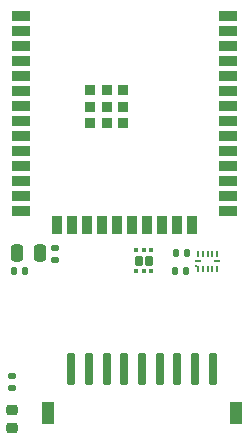
<source format=gbr>
%TF.GenerationSoftware,KiCad,Pcbnew,8.0.2-1*%
%TF.CreationDate,2025-01-02T17:14:25+07:00*%
%TF.ProjectId,ESP32-iPod-BLE,45535033-322d-4695-906f-642d424c452e,rev?*%
%TF.SameCoordinates,Original*%
%TF.FileFunction,Paste,Top*%
%TF.FilePolarity,Positive*%
%FSLAX46Y46*%
G04 Gerber Fmt 4.6, Leading zero omitted, Abs format (unit mm)*
G04 Created by KiCad (PCBNEW 8.0.2-1) date 2025-01-02 17:14:25*
%MOMM*%
%LPD*%
G01*
G04 APERTURE LIST*
G04 Aperture macros list*
%AMRoundRect*
0 Rectangle with rounded corners*
0 $1 Rounding radius*
0 $2 $3 $4 $5 $6 $7 $8 $9 X,Y pos of 4 corners*
0 Add a 4 corners polygon primitive as box body*
4,1,4,$2,$3,$4,$5,$6,$7,$8,$9,$2,$3,0*
0 Add four circle primitives for the rounded corners*
1,1,$1+$1,$2,$3*
1,1,$1+$1,$4,$5*
1,1,$1+$1,$6,$7*
1,1,$1+$1,$8,$9*
0 Add four rect primitives between the rounded corners*
20,1,$1+$1,$2,$3,$4,$5,0*
20,1,$1+$1,$4,$5,$6,$7,0*
20,1,$1+$1,$6,$7,$8,$9,0*
20,1,$1+$1,$8,$9,$2,$3,0*%
G04 Aperture macros list end*
%ADD10R,0.200000X0.600000*%
%ADD11R,0.250000X0.150000*%
%ADD12R,0.600000X0.200000*%
%ADD13RoundRect,0.140000X-0.140000X-0.170000X0.140000X-0.170000X0.140000X0.170000X-0.140000X0.170000X0*%
%ADD14RoundRect,0.140000X0.140000X0.170000X-0.140000X0.170000X-0.140000X-0.170000X0.140000X-0.170000X0*%
%ADD15RoundRect,0.250000X0.250000X0.475000X-0.250000X0.475000X-0.250000X-0.475000X0.250000X-0.475000X0*%
%ADD16RoundRect,0.135000X-0.185000X0.135000X-0.185000X-0.135000X0.185000X-0.135000X0.185000X0.135000X0*%
%ADD17RoundRect,0.093750X-0.106250X0.093750X-0.106250X-0.093750X0.106250X-0.093750X0.106250X0.093750X0*%
%ADD18RoundRect,0.172500X-0.172500X0.262500X-0.172500X-0.262500X0.172500X-0.262500X0.172500X0.262500X0*%
%ADD19RoundRect,0.218750X0.256250X-0.218750X0.256250X0.218750X-0.256250X0.218750X-0.256250X-0.218750X0*%
%ADD20R,1.500000X0.900000*%
%ADD21R,0.900000X1.500000*%
%ADD22R,0.900000X0.900000*%
%ADD23RoundRect,0.175000X-0.175000X-1.175000X0.175000X-1.175000X0.175000X1.175000X-0.175000X1.175000X0*%
%ADD24RoundRect,0.250000X-0.300000X-0.700000X0.300000X-0.700000X0.300000X0.700000X-0.300000X0.700000X0*%
G04 APERTURE END LIST*
D10*
%TO.C,U3*%
X121000000Y-92700000D03*
D11*
X120825000Y-92475000D03*
D10*
X121400000Y-92700000D03*
X121800000Y-92700000D03*
X122200000Y-92700000D03*
X122600000Y-92700000D03*
D12*
X122600000Y-92050000D03*
D10*
X122600000Y-91400000D03*
X122200000Y-91400000D03*
X121800000Y-91400000D03*
X121400000Y-91400000D03*
X121000000Y-91400000D03*
D12*
X121000000Y-92050000D03*
%TD*%
D13*
%TO.C,C3*%
X119000000Y-92900000D03*
X119960000Y-92900000D03*
%TD*%
D14*
%TO.C,C4*%
X120080000Y-91300000D03*
X119120000Y-91300000D03*
%TD*%
%TO.C,C1*%
X106330000Y-92850000D03*
X105370000Y-92850000D03*
%TD*%
D15*
%TO.C,C2*%
X107599999Y-91300000D03*
X105700001Y-91300000D03*
%TD*%
D16*
%TO.C,R2*%
X105200000Y-101740001D03*
X105200000Y-102759999D03*
%TD*%
%TO.C,R1*%
X108900000Y-90940001D03*
X108900000Y-91959999D03*
%TD*%
D17*
%TO.C,U1*%
X117050000Y-92887500D03*
X116400000Y-92887500D03*
X115750000Y-92887500D03*
X115750000Y-91112500D03*
X116400000Y-91112500D03*
X117050000Y-91112500D03*
D18*
X116000000Y-92000000D03*
X116800000Y-92000000D03*
%TD*%
D19*
%TO.C,D1*%
X105200000Y-106175002D03*
X105200000Y-104600000D03*
%TD*%
D20*
%TO.C,U2*%
X106000000Y-71240000D03*
X106000000Y-72510000D03*
X106000000Y-73780000D03*
X106000000Y-75050000D03*
X106000000Y-76320000D03*
X106000000Y-77590000D03*
X106000000Y-78860000D03*
X106000000Y-80130000D03*
X106000000Y-81400000D03*
X106000000Y-82670000D03*
X106000000Y-83940000D03*
X106000000Y-85210000D03*
X106000000Y-86480000D03*
X106000000Y-87750000D03*
D21*
X109030000Y-89000000D03*
X110300000Y-89000000D03*
X111570000Y-89000000D03*
X112840000Y-89000000D03*
X114110000Y-89000000D03*
X115380000Y-89000000D03*
X116650000Y-89000000D03*
X117920000Y-89000000D03*
X119190000Y-89000000D03*
X120460000Y-89000000D03*
D20*
X123500000Y-87750000D03*
X123500000Y-86480000D03*
X123500000Y-85210000D03*
X123500000Y-83940000D03*
X123500000Y-82670000D03*
X123500000Y-81400000D03*
X123500000Y-80130000D03*
X123500000Y-78860000D03*
X123500000Y-77590000D03*
X123500000Y-76320000D03*
X123500000Y-75050000D03*
X123500000Y-73780000D03*
X123500000Y-72510000D03*
X123500000Y-71240000D03*
D22*
X111850000Y-77560000D03*
X111850000Y-77560000D03*
X111850000Y-78960000D03*
X111850000Y-80360000D03*
X111850000Y-80360000D03*
X113250000Y-77560000D03*
X113250000Y-78960000D03*
X113250000Y-80360000D03*
X113250000Y-80360000D03*
X114650000Y-77560000D03*
X114650000Y-78960000D03*
X114650000Y-80360000D03*
%TD*%
D23*
%TO.C,J1*%
X110250000Y-101150000D03*
X111750000Y-101150000D03*
X113250000Y-101150000D03*
X114750000Y-101150000D03*
X116250000Y-101150000D03*
X117750000Y-101150000D03*
X119250000Y-101150000D03*
X120750000Y-101150000D03*
X122250000Y-101150000D03*
D24*
X108300000Y-104850000D03*
X124200000Y-104850000D03*
%TD*%
M02*

</source>
